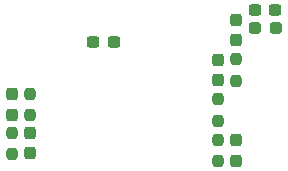
<source format=gbr>
%TF.GenerationSoftware,KiCad,Pcbnew,8.0.6*%
%TF.CreationDate,2024-12-31T17:28:59-06:00*%
%TF.ProjectId,OpAmpDistortion,4f70416d-7044-4697-9374-6f7274696f6e,rev?*%
%TF.SameCoordinates,Original*%
%TF.FileFunction,Paste,Top*%
%TF.FilePolarity,Positive*%
%FSLAX46Y46*%
G04 Gerber Fmt 4.6, Leading zero omitted, Abs format (unit mm)*
G04 Created by KiCad (PCBNEW 8.0.6) date 2024-12-31 17:28:59*
%MOMM*%
%LPD*%
G01*
G04 APERTURE LIST*
G04 Aperture macros list*
%AMRoundRect*
0 Rectangle with rounded corners*
0 $1 Rounding radius*
0 $2 $3 $4 $5 $6 $7 $8 $9 X,Y pos of 4 corners*
0 Add a 4 corners polygon primitive as box body*
4,1,4,$2,$3,$4,$5,$6,$7,$8,$9,$2,$3,0*
0 Add four circle primitives for the rounded corners*
1,1,$1+$1,$2,$3*
1,1,$1+$1,$4,$5*
1,1,$1+$1,$6,$7*
1,1,$1+$1,$8,$9*
0 Add four rect primitives between the rounded corners*
20,1,$1+$1,$2,$3,$4,$5,0*
20,1,$1+$1,$4,$5,$6,$7,0*
20,1,$1+$1,$6,$7,$8,$9,0*
20,1,$1+$1,$8,$9,$2,$3,0*%
G04 Aperture macros list end*
%ADD10RoundRect,0.237500X0.300000X0.237500X-0.300000X0.237500X-0.300000X-0.237500X0.300000X-0.237500X0*%
%ADD11RoundRect,0.237500X0.287500X0.237500X-0.287500X0.237500X-0.287500X-0.237500X0.287500X-0.237500X0*%
%ADD12RoundRect,0.237500X-0.237500X0.300000X-0.237500X-0.300000X0.237500X-0.300000X0.237500X0.300000X0*%
%ADD13RoundRect,0.237500X0.237500X-0.250000X0.237500X0.250000X-0.237500X0.250000X-0.237500X-0.250000X0*%
%ADD14RoundRect,0.237500X-0.237500X0.250000X-0.237500X-0.250000X0.237500X-0.250000X0.237500X0.250000X0*%
%ADD15RoundRect,0.237500X-0.300000X-0.237500X0.300000X-0.237500X0.300000X0.237500X-0.300000X0.237500X0*%
%ADD16RoundRect,0.237500X0.237500X-0.300000X0.237500X0.300000X-0.237500X0.300000X-0.237500X-0.300000X0*%
%ADD17RoundRect,0.237500X-0.237500X0.287500X-0.237500X-0.287500X0.237500X-0.287500X0.237500X0.287500X0*%
G04 APERTURE END LIST*
D10*
%TO.C,C6*%
X149662500Y-84300000D03*
X147937500Y-84300000D03*
%TD*%
D11*
%TO.C,D1*%
X149675000Y-85800000D03*
X147925000Y-85800000D03*
%TD*%
D12*
%TO.C,C4*%
X146300000Y-95337500D03*
X146300000Y-97062500D03*
%TD*%
D13*
%TO.C,R4*%
X144800000Y-93712500D03*
X144800000Y-91887500D03*
%TD*%
%TO.C,R3*%
X144800000Y-97112500D03*
X144800000Y-95287500D03*
%TD*%
D14*
%TO.C,R1*%
X128900000Y-91387500D03*
X128900000Y-93212500D03*
%TD*%
D15*
%TO.C,C3*%
X134237500Y-87000000D03*
X135962500Y-87000000D03*
%TD*%
D12*
%TO.C,C2*%
X128900000Y-94737500D03*
X128900000Y-96462500D03*
%TD*%
D16*
%TO.C,C5*%
X144800000Y-90262500D03*
X144800000Y-88537500D03*
%TD*%
D13*
%TO.C,R5*%
X146300000Y-90312500D03*
X146300000Y-88487500D03*
%TD*%
D12*
%TO.C,C1*%
X127400000Y-91437500D03*
X127400000Y-93162500D03*
%TD*%
D17*
%TO.C,D2*%
X146300000Y-85125000D03*
X146300000Y-86875000D03*
%TD*%
D14*
%TO.C,R2*%
X127400000Y-94687500D03*
X127400000Y-96512500D03*
%TD*%
M02*

</source>
